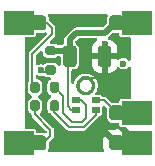
<source format=gtl>
G04 #@! TF.GenerationSoftware,KiCad,Pcbnew,9.0.1+1*
G04 #@! TF.CreationDate,2025-11-12T15:12:16+00:00*
G04 #@! TF.ProjectId,mems-microphone,6d656d73-2d6d-4696-9372-6f70686f6e65,rev?*
G04 #@! TF.SameCoordinates,Original*
G04 #@! TF.FileFunction,Copper,L1,Top*
G04 #@! TF.FilePolarity,Positive*
%FSLAX46Y46*%
G04 Gerber Fmt 4.6, Leading zero omitted, Abs format (unit mm)*
G04 Created by KiCad (PCBNEW 9.0.1+1) date 2025-11-12 15:12:16*
%MOMM*%
%LPD*%
G01*
G04 APERTURE LIST*
G04 #@! TA.AperFunction,SMDPad,CuDef*
%ADD10R,0.725000X0.522000*%
G04 #@! TD*
G04 #@! TA.AperFunction,CastellatedPad*
%ADD11R,2.540000X2.000000*%
G04 #@! TD*
G04 #@! TA.AperFunction,ViaPad*
%ADD12C,0.600000*%
G04 #@! TD*
G04 #@! TA.AperFunction,Conductor*
%ADD13C,0.200000*%
G04 #@! TD*
G04 #@! TA.AperFunction,Conductor*
%ADD14C,0.500000*%
G04 #@! TD*
G04 APERTURE END LIST*
D10*
X63365000Y-49482000D03*
X63365000Y-48660000D03*
G04 #@! TA.AperFunction,SMDPad,CuDef*
G36*
X62291644Y-48185514D02*
G01*
X62144490Y-48124561D01*
X62012055Y-48036071D01*
X61899429Y-47923445D01*
X61810939Y-47791010D01*
X61749986Y-47643856D01*
X61718912Y-47487639D01*
X61718912Y-47328361D01*
X61749986Y-47172144D01*
X61810939Y-47024990D01*
X61899429Y-46892555D01*
X62012055Y-46779929D01*
X62144490Y-46691439D01*
X62291644Y-46630486D01*
X62447861Y-46599412D01*
X62495749Y-46599412D01*
X62498236Y-46598382D01*
X62556764Y-46598382D01*
X62559251Y-46599412D01*
X62607139Y-46599412D01*
X62763356Y-46630486D01*
X62910510Y-46691439D01*
X63042945Y-46779929D01*
X63155571Y-46892555D01*
X63244061Y-47024990D01*
X63305014Y-47172144D01*
X63336088Y-47328361D01*
X63336088Y-47475472D01*
X63040000Y-47475472D01*
X63040000Y-47340528D01*
X63005074Y-47210183D01*
X62937602Y-47093318D01*
X62842182Y-46997898D01*
X62725317Y-46930426D01*
X62594972Y-46895500D01*
X62460028Y-46895500D01*
X62329683Y-46930426D01*
X62212818Y-46997898D01*
X62117398Y-47093318D01*
X62049926Y-47210183D01*
X62015000Y-47340528D01*
X62015000Y-47475472D01*
X62049926Y-47605817D01*
X62117398Y-47722682D01*
X62212818Y-47818102D01*
X62329683Y-47885574D01*
X62460028Y-47920500D01*
X62594972Y-47920500D01*
X62725317Y-47885574D01*
X62842182Y-47818102D01*
X62937602Y-47722682D01*
X63005074Y-47605817D01*
X63040000Y-47475472D01*
X63336088Y-47475472D01*
X63336088Y-47487639D01*
X63305014Y-47643856D01*
X63244061Y-47791010D01*
X63155571Y-47923445D01*
X63042945Y-48036071D01*
X62910510Y-48124561D01*
X62763356Y-48185514D01*
X62607139Y-48216588D01*
X62447861Y-48216588D01*
X62291644Y-48185514D01*
G37*
G04 #@! TD.AperFunction*
X61690000Y-48660000D03*
X61690000Y-49482000D03*
G04 #@! TA.AperFunction,SMDPad,CuDef*
G36*
G01*
X59820000Y-46490500D02*
X59270000Y-46490500D01*
G75*
G02*
X59070000Y-46290500I0J200000D01*
G01*
X59070000Y-45890500D01*
G75*
G02*
X59270000Y-45690500I200000J0D01*
G01*
X59820000Y-45690500D01*
G75*
G02*
X60020000Y-45890500I0J-200000D01*
G01*
X60020000Y-46290500D01*
G75*
G02*
X59820000Y-46490500I-200000J0D01*
G01*
G37*
G04 #@! TD.AperFunction*
G04 #@! TA.AperFunction,SMDPad,CuDef*
G36*
G01*
X59820000Y-44840500D02*
X59270000Y-44840500D01*
G75*
G02*
X59070000Y-44640500I0J200000D01*
G01*
X59070000Y-44240500D01*
G75*
G02*
X59270000Y-44040500I200000J0D01*
G01*
X59820000Y-44040500D01*
G75*
G02*
X60020000Y-44240500I0J-200000D01*
G01*
X60020000Y-44640500D01*
G75*
G02*
X59820000Y-44840500I-200000J0D01*
G01*
G37*
G04 #@! TD.AperFunction*
G04 #@! TA.AperFunction,SMDPad,CuDef*
G36*
G01*
X57820000Y-49380500D02*
X57820000Y-48830500D01*
G75*
G02*
X58020000Y-48630500I200000J0D01*
G01*
X58420000Y-48630500D01*
G75*
G02*
X58620000Y-48830500I0J-200000D01*
G01*
X58620000Y-49380500D01*
G75*
G02*
X58420000Y-49580500I-200000J0D01*
G01*
X58020000Y-49580500D01*
G75*
G02*
X57820000Y-49380500I0J200000D01*
G01*
G37*
G04 #@! TD.AperFunction*
G04 #@! TA.AperFunction,SMDPad,CuDef*
G36*
G01*
X59470000Y-49380500D02*
X59470000Y-48830500D01*
G75*
G02*
X59670000Y-48630500I200000J0D01*
G01*
X60070000Y-48630500D01*
G75*
G02*
X60270000Y-48830500I0J-200000D01*
G01*
X60270000Y-49380500D01*
G75*
G02*
X60070000Y-49580500I-200000J0D01*
G01*
X59670000Y-49580500D01*
G75*
G02*
X59470000Y-49380500I0J200000D01*
G01*
G37*
G04 #@! TD.AperFunction*
G04 #@! TA.AperFunction,SMDPad,CuDef*
G36*
G01*
X60595000Y-45575500D02*
X60595000Y-44275500D01*
G75*
G02*
X60845000Y-44025500I250000J0D01*
G01*
X61495000Y-44025500D01*
G75*
G02*
X61745000Y-44275500I0J-250000D01*
G01*
X61745000Y-45575500D01*
G75*
G02*
X61495000Y-45825500I-250000J0D01*
G01*
X60845000Y-45825500D01*
G75*
G02*
X60595000Y-45575500I0J250000D01*
G01*
G37*
G04 #@! TD.AperFunction*
G04 #@! TA.AperFunction,SMDPad,CuDef*
G36*
G01*
X63545000Y-45575500D02*
X63545000Y-44275500D01*
G75*
G02*
X63795000Y-44025500I250000J0D01*
G01*
X64445000Y-44025500D01*
G75*
G02*
X64695000Y-44275500I0J-250000D01*
G01*
X64695000Y-45575500D01*
G75*
G02*
X64445000Y-45825500I-250000J0D01*
G01*
X63795000Y-45825500D01*
G75*
G02*
X63545000Y-45575500I0J250000D01*
G01*
G37*
G04 #@! TD.AperFunction*
G04 #@! TA.AperFunction,SMDPad,CuDef*
G36*
G01*
X60280000Y-47280500D02*
X60280000Y-47830500D01*
G75*
G02*
X60080000Y-48030500I-200000J0D01*
G01*
X59680000Y-48030500D01*
G75*
G02*
X59480000Y-47830500I0J200000D01*
G01*
X59480000Y-47280500D01*
G75*
G02*
X59680000Y-47080500I200000J0D01*
G01*
X60080000Y-47080500D01*
G75*
G02*
X60280000Y-47280500I0J-200000D01*
G01*
G37*
G04 #@! TD.AperFunction*
G04 #@! TA.AperFunction,SMDPad,CuDef*
G36*
G01*
X58630000Y-47280500D02*
X58630000Y-47830500D01*
G75*
G02*
X58430000Y-48030500I-200000J0D01*
G01*
X58030000Y-48030500D01*
G75*
G02*
X57830000Y-47830500I0J200000D01*
G01*
X57830000Y-47280500D01*
G75*
G02*
X58030000Y-47080500I200000J0D01*
G01*
X58430000Y-47080500D01*
G75*
G02*
X58630000Y-47280500I0J-200000D01*
G01*
G37*
G04 #@! TD.AperFunction*
D11*
X66845000Y-42090500D03*
G04 #@! TA.AperFunction,ComponentPad*
G36*
G01*
X64520000Y-42465500D02*
X64520000Y-41715500D01*
G75*
G02*
X64770000Y-41465500I250000J0D01*
G01*
X65520000Y-41465500D01*
G75*
G02*
X65770000Y-41715500I0J-250000D01*
G01*
X65770000Y-42465500D01*
G75*
G02*
X65520000Y-42715500I-250000J0D01*
G01*
X64770000Y-42715500D01*
G75*
G02*
X64520000Y-42465500I0J250000D01*
G01*
G37*
G04 #@! TD.AperFunction*
X66845000Y-49710500D03*
G04 #@! TA.AperFunction,ComponentPad*
G36*
G01*
X64520000Y-50085500D02*
X64520000Y-49335500D01*
G75*
G02*
X64770000Y-49085500I250000J0D01*
G01*
X65520000Y-49085500D01*
G75*
G02*
X65770000Y-49335500I0J-250000D01*
G01*
X65770000Y-50085500D01*
G75*
G02*
X65520000Y-50335500I-250000J0D01*
G01*
X64770000Y-50335500D01*
G75*
G02*
X64520000Y-50085500I0J250000D01*
G01*
G37*
G04 #@! TD.AperFunction*
X66845000Y-52250500D03*
G04 #@! TA.AperFunction,ComponentPad*
G36*
G01*
X64520000Y-52625500D02*
X64520000Y-51875500D01*
G75*
G02*
X64770000Y-51625500I250000J0D01*
G01*
X65520000Y-51625500D01*
G75*
G02*
X65770000Y-51875500I0J-250000D01*
G01*
X65770000Y-52625500D01*
G75*
G02*
X65520000Y-52875500I-250000J0D01*
G01*
X64770000Y-52875500D01*
G75*
G02*
X64520000Y-52625500I0J250000D01*
G01*
G37*
G04 #@! TD.AperFunction*
G04 #@! TA.AperFunction,ComponentPad*
G36*
G01*
X57920000Y-42465500D02*
X57920000Y-41715500D01*
G75*
G02*
X58170000Y-41465500I250000J0D01*
G01*
X58920000Y-41465500D01*
G75*
G02*
X59170000Y-41715500I0J-250000D01*
G01*
X59170000Y-42465500D01*
G75*
G02*
X58920000Y-42715500I-250000J0D01*
G01*
X58170000Y-42715500D01*
G75*
G02*
X57920000Y-42465500I0J250000D01*
G01*
G37*
G04 #@! TD.AperFunction*
X56845000Y-42090500D03*
G04 #@! TA.AperFunction,ComponentPad*
G36*
G01*
X57920000Y-52625500D02*
X57920000Y-51875500D01*
G75*
G02*
X58170000Y-51625500I250000J0D01*
G01*
X58920000Y-51625500D01*
G75*
G02*
X59170000Y-51875500I0J-250000D01*
G01*
X59170000Y-52625500D01*
G75*
G02*
X58920000Y-52875500I-250000J0D01*
G01*
X58170000Y-52875500D01*
G75*
G02*
X57920000Y-52625500I0J250000D01*
G01*
G37*
G04 #@! TD.AperFunction*
X56845000Y-52250500D03*
D12*
X65715000Y-45535500D03*
X64115000Y-43905500D03*
X58595000Y-45115500D03*
X57775000Y-50645500D03*
X58115000Y-43625500D03*
X65225000Y-43555500D03*
X65135000Y-48175500D03*
X64035000Y-50685500D03*
X60395000Y-42815500D03*
X63755000Y-46745500D03*
X58735000Y-46105500D03*
D13*
X58220000Y-49105500D02*
X58220000Y-49840500D01*
X59525000Y-51635500D02*
X58910000Y-52250500D01*
X58220000Y-49840500D02*
X59525000Y-51145500D01*
X58910000Y-52250500D02*
X58545000Y-52250500D01*
X59525000Y-51145500D02*
X59525000Y-51635500D01*
D14*
X65145000Y-42090500D02*
X64990000Y-42090500D01*
D13*
X60995000Y-49165500D02*
X60995000Y-45100500D01*
D14*
X60685000Y-44440500D02*
X61170000Y-44925500D01*
X61170000Y-43490500D02*
X61170000Y-44925500D01*
D13*
X60995000Y-45100500D02*
X61170000Y-44925500D01*
X61311500Y-49482000D02*
X60995000Y-49165500D01*
D14*
X59545000Y-44440500D02*
X60685000Y-44440500D01*
D13*
X61690000Y-49482000D02*
X61311500Y-49482000D01*
D14*
X64990000Y-42090500D02*
X64145000Y-42935500D01*
X61725000Y-42935500D02*
X61170000Y-43490500D01*
X64145000Y-42935500D02*
X61725000Y-42935500D01*
X64120000Y-44925500D02*
X64120000Y-43910500D01*
X64120000Y-43910500D02*
X64115000Y-43905500D01*
D13*
X62527500Y-46745500D02*
X63755000Y-46745500D01*
X66010000Y-49120500D02*
X66895000Y-50005500D01*
X64094500Y-48660000D02*
X65145000Y-49710500D01*
X58735000Y-46105500D02*
X58855000Y-46225500D01*
X59065000Y-46225500D02*
X59195000Y-46095500D01*
X58855000Y-46225500D02*
X59065000Y-46225500D01*
X63365000Y-48660000D02*
X64094500Y-48660000D01*
X59540000Y-46095500D02*
X59545000Y-46090500D01*
X66895000Y-50005500D02*
X66565000Y-50005500D01*
X59195000Y-46095500D02*
X59540000Y-46095500D01*
X58545000Y-42090500D02*
X59200000Y-42090500D01*
X59655000Y-42545500D02*
X59655000Y-43055500D01*
X57975000Y-47300500D02*
X58230000Y-47555500D01*
X59655000Y-43055500D02*
X57975000Y-44735500D01*
X59200000Y-42090500D02*
X59655000Y-42545500D01*
X57975000Y-44735500D02*
X57975000Y-47300500D01*
X62175000Y-50515500D02*
X61375000Y-50515500D01*
X62099500Y-48660000D02*
X62525000Y-49085500D01*
X61690000Y-48660000D02*
X62099500Y-48660000D01*
X62525000Y-50165500D02*
X62175000Y-50515500D01*
X60570000Y-48245500D02*
X59880000Y-47555500D01*
X61375000Y-50515500D02*
X60570000Y-49710500D01*
X60570000Y-49710500D02*
X60570000Y-48245500D01*
X62525000Y-49085500D02*
X62525000Y-50165500D01*
X62340685Y-50915500D02*
X63365000Y-49891185D01*
X59870000Y-49105500D02*
X59870000Y-49670500D01*
X61115000Y-50915500D02*
X62340685Y-50915500D01*
X63365000Y-49891185D02*
X63365000Y-49482000D01*
X59870000Y-49670500D02*
X61115000Y-50915500D01*
G04 #@! TA.AperFunction,Conductor*
G36*
X58461500Y-46525522D02*
G01*
X58467258Y-46528847D01*
X58541808Y-46571889D01*
X58541809Y-46571889D01*
X58541814Y-46571892D01*
X58669108Y-46606000D01*
X58669110Y-46606000D01*
X58800889Y-46606000D01*
X58800892Y-46606000D01*
X58903844Y-46578414D01*
X58973690Y-46580077D01*
X59023615Y-46610508D01*
X59031652Y-46618545D01*
X59031654Y-46618546D01*
X59031658Y-46618550D01*
X59144696Y-46676146D01*
X59144698Y-46676147D01*
X59238475Y-46690999D01*
X59238481Y-46691000D01*
X59438287Y-46690999D01*
X59505325Y-46710683D01*
X59551080Y-46763487D01*
X59561024Y-46832645D01*
X59531999Y-46896201D01*
X59494582Y-46925483D01*
X59441659Y-46952449D01*
X59441652Y-46952454D01*
X59351954Y-47042152D01*
X59351951Y-47042157D01*
X59294352Y-47155198D01*
X59279500Y-47248975D01*
X59279500Y-47862017D01*
X59286585Y-47906750D01*
X59294354Y-47955804D01*
X59351950Y-48068842D01*
X59351952Y-48068844D01*
X59351954Y-48068847D01*
X59441652Y-48158545D01*
X59441656Y-48158548D01*
X59441658Y-48158550D01*
X59554696Y-48216146D01*
X59554698Y-48216146D01*
X59558152Y-48217906D01*
X59608948Y-48265881D01*
X59625743Y-48333702D01*
X59603206Y-48399836D01*
X59553019Y-48439692D01*
X59553392Y-48440424D01*
X59549779Y-48442264D01*
X59548491Y-48443288D01*
X59545953Y-48444214D01*
X59544697Y-48444853D01*
X59544696Y-48444854D01*
X59431658Y-48502450D01*
X59431657Y-48502451D01*
X59431652Y-48502454D01*
X59341954Y-48592152D01*
X59341951Y-48592157D01*
X59284352Y-48705198D01*
X59269500Y-48798975D01*
X59269500Y-49412017D01*
X59280292Y-49480157D01*
X59284354Y-49505804D01*
X59341950Y-49618842D01*
X59341952Y-49618844D01*
X59341954Y-49618847D01*
X59431652Y-49708545D01*
X59431654Y-49708546D01*
X59431658Y-49708550D01*
X59544696Y-49766146D01*
X59544698Y-49766146D01*
X59553392Y-49770576D01*
X59552278Y-49772760D01*
X59563456Y-49780404D01*
X59587947Y-49793026D01*
X59594970Y-49801955D01*
X59598386Y-49804291D01*
X59609768Y-49820766D01*
X59609771Y-49820772D01*
X59609773Y-49820774D01*
X59613069Y-49826482D01*
X59613068Y-49826482D01*
X59613071Y-49826486D01*
X59613073Y-49826489D01*
X59629540Y-49855011D01*
X60874540Y-51100011D01*
X60930489Y-51155960D01*
X60930491Y-51155961D01*
X60930495Y-51155964D01*
X60991426Y-51191142D01*
X60999011Y-51195521D01*
X61075438Y-51216000D01*
X61075440Y-51216000D01*
X62380245Y-51216000D01*
X62380247Y-51216000D01*
X62456674Y-51195521D01*
X62525196Y-51155960D01*
X62581145Y-51100011D01*
X63605460Y-50075696D01*
X63623146Y-50045062D01*
X63625475Y-50041029D01*
X63634721Y-50025013D01*
X63645021Y-50007174D01*
X63645021Y-50007171D01*
X63645988Y-50005498D01*
X63696554Y-49957282D01*
X63741229Y-49944092D01*
X63747239Y-49943500D01*
X63747248Y-49943500D01*
X63747257Y-49943498D01*
X63747259Y-49943498D01*
X63805729Y-49931868D01*
X63805729Y-49931867D01*
X63805731Y-49931867D01*
X63872052Y-49887552D01*
X63916367Y-49821231D01*
X63916367Y-49821229D01*
X63916368Y-49821229D01*
X63927999Y-49762752D01*
X63928000Y-49762750D01*
X63928000Y-49217833D01*
X63934238Y-49196587D01*
X63935818Y-49174499D01*
X63943890Y-49163715D01*
X63947685Y-49150794D01*
X63964418Y-49136294D01*
X63977690Y-49118566D01*
X63990310Y-49113858D01*
X64000489Y-49105039D01*
X64022406Y-49101887D01*
X64043154Y-49094149D01*
X64056314Y-49097011D01*
X64069647Y-49095095D01*
X64089790Y-49104294D01*
X64111427Y-49109001D01*
X64129152Y-49122269D01*
X64133203Y-49124120D01*
X64139681Y-49130152D01*
X64283181Y-49273652D01*
X64316666Y-49334975D01*
X64319500Y-49361333D01*
X64319500Y-50139769D01*
X64322353Y-50170199D01*
X64322353Y-50170201D01*
X64367206Y-50298380D01*
X64367207Y-50298382D01*
X64447850Y-50407650D01*
X64557118Y-50488293D01*
X64599845Y-50503244D01*
X64685299Y-50533146D01*
X64715730Y-50536000D01*
X64715734Y-50536000D01*
X65250500Y-50536000D01*
X65317539Y-50555685D01*
X65363294Y-50608489D01*
X65371451Y-50632669D01*
X65374500Y-50646162D01*
X65374500Y-50730248D01*
X65386133Y-50788731D01*
X65417232Y-50835273D01*
X65422302Y-50857709D01*
X65421711Y-50867011D01*
X65459886Y-50875316D01*
X65469341Y-50881040D01*
X65496769Y-50899367D01*
X65496771Y-50899367D01*
X65496772Y-50899368D01*
X65496770Y-50899368D01*
X65555247Y-50910999D01*
X65555250Y-50911000D01*
X65555252Y-50911000D01*
X65807690Y-50911000D01*
X65874729Y-50930685D01*
X65895371Y-50947319D01*
X66308181Y-51360129D01*
X66341666Y-51421452D01*
X66344500Y-51447810D01*
X66344500Y-51542466D01*
X66239742Y-51585859D01*
X66116903Y-51667937D01*
X66012894Y-51771945D01*
X65312778Y-51071829D01*
X65279293Y-51010506D01*
X65279661Y-51005358D01*
X65265053Y-50999000D01*
X65242800Y-50994346D01*
X65233630Y-50985322D01*
X65221834Y-50980188D01*
X65213670Y-50972721D01*
X65182041Y-50941092D01*
X65131647Y-51008410D01*
X65118061Y-51044835D01*
X65076189Y-51100768D01*
X65010724Y-51125184D01*
X65001880Y-51125500D01*
X64720029Y-51125500D01*
X64720012Y-51125501D01*
X64617302Y-51135994D01*
X64450878Y-51191142D01*
X64450873Y-51191144D01*
X64443651Y-51195598D01*
X64443650Y-51195599D01*
X65123551Y-51875500D01*
X65095630Y-51875500D01*
X65000255Y-51901056D01*
X64914745Y-51950425D01*
X64844925Y-52020245D01*
X64795556Y-52105755D01*
X64770000Y-52201130D01*
X64770000Y-52229051D01*
X64090099Y-51549150D01*
X64090098Y-51549151D01*
X64085644Y-51556373D01*
X64085642Y-51556377D01*
X64030494Y-51722802D01*
X64030493Y-51722809D01*
X64020000Y-51825513D01*
X64020000Y-52675471D01*
X64020001Y-52675487D01*
X64030493Y-52778195D01*
X64056606Y-52856995D01*
X64059008Y-52926824D01*
X64023277Y-52986866D01*
X63960756Y-53018059D01*
X63938900Y-53020000D01*
X59432594Y-53020000D01*
X59365555Y-53000315D01*
X59319800Y-52947511D01*
X59309856Y-52878353D01*
X59319975Y-52847240D01*
X59319724Y-52847152D01*
X59367646Y-52710201D01*
X59367646Y-52710199D01*
X59370500Y-52679769D01*
X59370500Y-52266333D01*
X59390185Y-52199294D01*
X59406819Y-52178652D01*
X59565226Y-52020245D01*
X59765460Y-51820011D01*
X59797427Y-51764642D01*
X59805021Y-51751489D01*
X59825500Y-51675062D01*
X59825500Y-51105938D01*
X59823912Y-51100011D01*
X59805022Y-51029512D01*
X59765460Y-50960989D01*
X58673362Y-49868891D01*
X58639877Y-49807568D01*
X58644861Y-49737876D01*
X58673361Y-49693530D01*
X58748050Y-49618842D01*
X58805646Y-49505804D01*
X58805646Y-49505802D01*
X58805647Y-49505801D01*
X58820499Y-49412024D01*
X58820500Y-49412019D01*
X58820499Y-48798982D01*
X58805646Y-48705196D01*
X58748050Y-48592158D01*
X58748046Y-48592154D01*
X58748045Y-48592152D01*
X58658347Y-48502454D01*
X58658344Y-48502452D01*
X58658342Y-48502450D01*
X58545304Y-48444854D01*
X58545302Y-48444853D01*
X58541847Y-48443093D01*
X58491051Y-48395118D01*
X58474256Y-48327297D01*
X58496794Y-48261162D01*
X58546980Y-48221307D01*
X58546608Y-48220576D01*
X58550216Y-48218737D01*
X58551509Y-48217711D01*
X58554052Y-48216782D01*
X58555298Y-48216146D01*
X58555304Y-48216146D01*
X58668342Y-48158550D01*
X58758050Y-48068842D01*
X58815646Y-47955804D01*
X58815646Y-47955802D01*
X58815647Y-47955801D01*
X58830499Y-47862024D01*
X58830500Y-47862019D01*
X58830499Y-47248982D01*
X58815646Y-47155196D01*
X58758050Y-47042158D01*
X58758046Y-47042154D01*
X58758045Y-47042152D01*
X58668347Y-46952454D01*
X58668344Y-46952452D01*
X58668342Y-46952450D01*
X58557948Y-46896201D01*
X58555301Y-46894852D01*
X58461524Y-46880000D01*
X58461519Y-46880000D01*
X58399500Y-46880000D01*
X58390814Y-46877449D01*
X58381853Y-46878738D01*
X58357812Y-46867759D01*
X58332461Y-46860315D01*
X58326533Y-46853474D01*
X58318297Y-46849713D01*
X58304007Y-46827478D01*
X58286706Y-46807511D01*
X58284418Y-46796996D01*
X58280523Y-46790935D01*
X58275500Y-46756000D01*
X58275500Y-46632909D01*
X58295185Y-46565870D01*
X58347989Y-46520115D01*
X58417147Y-46510171D01*
X58461500Y-46525522D01*
G37*
G04 #@! TD.AperFunction*
G04 #@! TA.AperFunction,Conductor*
G36*
X59187905Y-42925835D02*
G01*
X59220133Y-42987828D01*
X59213729Y-43057404D01*
X59186136Y-43099392D01*
X57790489Y-44495040D01*
X57734541Y-44550987D01*
X57734535Y-44550995D01*
X57694982Y-44619504D01*
X57694979Y-44619509D01*
X57681326Y-44670462D01*
X57679977Y-44675500D01*
X57674500Y-44695939D01*
X57674500Y-47066261D01*
X57660986Y-47122554D01*
X57644352Y-47155199D01*
X57629500Y-47248975D01*
X57629500Y-47862017D01*
X57636585Y-47906750D01*
X57644354Y-47955804D01*
X57701950Y-48068842D01*
X57701952Y-48068844D01*
X57701954Y-48068847D01*
X57791652Y-48158545D01*
X57791656Y-48158548D01*
X57791658Y-48158550D01*
X57904696Y-48216146D01*
X57904698Y-48216146D01*
X57908152Y-48217906D01*
X57958948Y-48265881D01*
X57975743Y-48333702D01*
X57953206Y-48399836D01*
X57903019Y-48439692D01*
X57903392Y-48440424D01*
X57899779Y-48442264D01*
X57898491Y-48443288D01*
X57895953Y-48444214D01*
X57894697Y-48444853D01*
X57894696Y-48444854D01*
X57781658Y-48502450D01*
X57781657Y-48502451D01*
X57781652Y-48502454D01*
X57691954Y-48592152D01*
X57691951Y-48592157D01*
X57634352Y-48705198D01*
X57619500Y-48798975D01*
X57619500Y-49412017D01*
X57630292Y-49480157D01*
X57634354Y-49505804D01*
X57691950Y-49618842D01*
X57691952Y-49618844D01*
X57691954Y-49618847D01*
X57781652Y-49708545D01*
X57781654Y-49708546D01*
X57781658Y-49708550D01*
X57851796Y-49744287D01*
X57902591Y-49792261D01*
X57919500Y-49854771D01*
X57919500Y-49880062D01*
X57933152Y-49931013D01*
X57939979Y-49956490D01*
X57939980Y-49956491D01*
X57966448Y-50002335D01*
X57979540Y-50025011D01*
X57979542Y-50025013D01*
X59188181Y-51233652D01*
X59202884Y-51260579D01*
X59219477Y-51286398D01*
X59220368Y-51292598D01*
X59221666Y-51294975D01*
X59224500Y-51321333D01*
X59224500Y-51330003D01*
X59204815Y-51397042D01*
X59152011Y-51442797D01*
X59082853Y-51452741D01*
X59059546Y-51447045D01*
X59004697Y-51427853D01*
X59004699Y-51427853D01*
X58974270Y-51425000D01*
X58974266Y-51425000D01*
X58439500Y-51425000D01*
X58372461Y-51405315D01*
X58326706Y-51352511D01*
X58315500Y-51301000D01*
X58315500Y-51230749D01*
X58315499Y-51230747D01*
X58303868Y-51172270D01*
X58303867Y-51172269D01*
X58259552Y-51105947D01*
X58193230Y-51061632D01*
X58193229Y-51061631D01*
X58134752Y-51050000D01*
X58134748Y-51050000D01*
X57469500Y-51050000D01*
X57402461Y-51030315D01*
X57356706Y-50977511D01*
X57345500Y-50926000D01*
X57345500Y-43415000D01*
X57365185Y-43347961D01*
X57417989Y-43302206D01*
X57469500Y-43291000D01*
X58134750Y-43291000D01*
X58134751Y-43290999D01*
X58149568Y-43288052D01*
X58193229Y-43279368D01*
X58193229Y-43279367D01*
X58193231Y-43279367D01*
X58259552Y-43235052D01*
X58303867Y-43168731D01*
X58303867Y-43168729D01*
X58303868Y-43168729D01*
X58315499Y-43110252D01*
X58315500Y-43110250D01*
X58315500Y-43040000D01*
X58335185Y-42972961D01*
X58387989Y-42927206D01*
X58439500Y-42916000D01*
X58974270Y-42916000D01*
X58998612Y-42913716D01*
X59004699Y-42913146D01*
X59057500Y-42894669D01*
X59127277Y-42891107D01*
X59187905Y-42925835D01*
G37*
G04 #@! TD.AperFunction*
G04 #@! TA.AperFunction,Conductor*
G36*
X65317539Y-42935685D02*
G01*
X65363294Y-42988489D01*
X65374500Y-43040000D01*
X65374500Y-43110252D01*
X65386131Y-43168729D01*
X65386132Y-43168730D01*
X65430447Y-43235052D01*
X65496769Y-43279367D01*
X65496770Y-43279368D01*
X65555247Y-43290999D01*
X65555250Y-43291000D01*
X65555252Y-43291000D01*
X66220500Y-43291000D01*
X66287539Y-43310685D01*
X66333294Y-43363489D01*
X66344500Y-43415000D01*
X66344500Y-45162051D01*
X66324815Y-45229090D01*
X66272011Y-45274845D01*
X66202853Y-45284789D01*
X66139297Y-45255764D01*
X66121306Y-45233976D01*
X66120448Y-45234635D01*
X66115502Y-45228189D01*
X66115500Y-45228186D01*
X66022314Y-45135000D01*
X65965250Y-45102054D01*
X65908187Y-45069108D01*
X65844539Y-45052054D01*
X65780892Y-45035000D01*
X65649108Y-45035000D01*
X65521812Y-45069108D01*
X65407686Y-45135000D01*
X65407683Y-45135002D01*
X65368774Y-45173912D01*
X65307451Y-45207397D01*
X65237759Y-45202413D01*
X65195883Y-45175500D01*
X64370000Y-45175500D01*
X64370000Y-46325499D01*
X64494972Y-46325499D01*
X64494986Y-46325498D01*
X64597697Y-46315005D01*
X64764119Y-46259858D01*
X64764124Y-46259856D01*
X64913345Y-46167815D01*
X65037315Y-46043845D01*
X65129357Y-45894622D01*
X65129867Y-45893529D01*
X65130416Y-45892904D01*
X65133149Y-45888475D01*
X65133905Y-45888941D01*
X65176037Y-45841087D01*
X65243230Y-45821932D01*
X65310112Y-45842144D01*
X65329933Y-45858247D01*
X65407686Y-45936000D01*
X65490497Y-45983811D01*
X65518746Y-46000121D01*
X65521814Y-46001892D01*
X65649108Y-46036000D01*
X65649110Y-46036000D01*
X65780890Y-46036000D01*
X65780892Y-46036000D01*
X65908186Y-46001892D01*
X66022314Y-45936000D01*
X66115500Y-45842814D01*
X66115504Y-45842806D01*
X66120448Y-45836365D01*
X66122534Y-45837966D01*
X66163674Y-45798735D01*
X66232280Y-45785509D01*
X66297147Y-45811473D01*
X66337678Y-45868385D01*
X66344500Y-45908948D01*
X66344500Y-48386000D01*
X66324815Y-48453039D01*
X66272011Y-48498794D01*
X66220500Y-48510000D01*
X65555247Y-48510000D01*
X65496770Y-48521631D01*
X65496769Y-48521632D01*
X65430447Y-48565947D01*
X65386132Y-48632269D01*
X65386131Y-48632270D01*
X65374500Y-48690747D01*
X65374500Y-48761000D01*
X65354815Y-48828039D01*
X65302011Y-48873794D01*
X65250500Y-48885000D01*
X64795833Y-48885000D01*
X64728794Y-48865315D01*
X64708152Y-48848681D01*
X64279012Y-48419541D01*
X64279004Y-48419535D01*
X64210495Y-48379982D01*
X64210490Y-48379979D01*
X64173139Y-48369971D01*
X64134062Y-48359500D01*
X64134060Y-48359500D01*
X64008526Y-48359500D01*
X63941487Y-48339815D01*
X63905424Y-48304392D01*
X63872051Y-48254446D01*
X63805730Y-48210132D01*
X63805729Y-48210131D01*
X63747252Y-48198500D01*
X63747248Y-48198500D01*
X63455029Y-48198500D01*
X63387990Y-48178815D01*
X63342235Y-48126011D01*
X63332291Y-48056853D01*
X63351927Y-48005609D01*
X63417974Y-47906761D01*
X63417980Y-47906750D01*
X63436922Y-47871313D01*
X63436925Y-47871306D01*
X63498172Y-47723443D01*
X63509832Y-47685006D01*
X63509837Y-47684985D01*
X63541061Y-47528013D01*
X63545000Y-47488023D01*
X63545000Y-47327976D01*
X63541061Y-47287986D01*
X63509837Y-47131014D01*
X63509832Y-47130993D01*
X63498172Y-47092556D01*
X63436925Y-46944693D01*
X63436922Y-46944686D01*
X63417980Y-46909249D01*
X63417974Y-46909238D01*
X63329063Y-46776173D01*
X63329060Y-46776168D01*
X63303562Y-46745099D01*
X63190400Y-46631937D01*
X63159331Y-46606439D01*
X63159326Y-46606436D01*
X63026261Y-46517525D01*
X63026250Y-46517519D01*
X62990813Y-46498577D01*
X62990806Y-46498574D01*
X62842943Y-46437327D01*
X62804506Y-46425667D01*
X62804485Y-46425662D01*
X62647513Y-46394438D01*
X62607523Y-46390500D01*
X62447477Y-46390500D01*
X62407486Y-46394438D01*
X62250514Y-46425662D01*
X62250493Y-46425667D01*
X62212056Y-46437327D01*
X62064193Y-46498574D01*
X62064186Y-46498577D01*
X62028749Y-46517519D01*
X62028738Y-46517525D01*
X61895673Y-46606436D01*
X61895668Y-46606439D01*
X61864599Y-46631937D01*
X61751437Y-46745099D01*
X61725939Y-46776168D01*
X61725936Y-46776173D01*
X61637025Y-46909238D01*
X61637019Y-46909249D01*
X61618077Y-46944686D01*
X61618074Y-46944693D01*
X61556827Y-47092556D01*
X61545167Y-47130993D01*
X61545162Y-47131014D01*
X61541117Y-47151350D01*
X61508732Y-47213261D01*
X61448016Y-47247835D01*
X61378246Y-47244094D01*
X61321575Y-47203228D01*
X61295993Y-47138209D01*
X61295500Y-47127158D01*
X61295500Y-46150000D01*
X61315185Y-46082961D01*
X61367989Y-46037206D01*
X61419500Y-46026000D01*
X61549270Y-46026000D01*
X61579699Y-46023146D01*
X61579701Y-46023146D01*
X61645501Y-46000121D01*
X61707882Y-45978293D01*
X61817150Y-45897650D01*
X61897793Y-45788382D01*
X61928037Y-45701950D01*
X61942646Y-45660201D01*
X61942646Y-45660199D01*
X61945500Y-45629769D01*
X61945500Y-45625486D01*
X63045001Y-45625486D01*
X63055494Y-45728197D01*
X63110641Y-45894619D01*
X63110643Y-45894624D01*
X63202684Y-46043845D01*
X63326654Y-46167815D01*
X63475875Y-46259856D01*
X63475880Y-46259858D01*
X63642302Y-46315005D01*
X63642309Y-46315006D01*
X63745019Y-46325499D01*
X63869999Y-46325499D01*
X63870000Y-46325498D01*
X63870000Y-45175500D01*
X63045001Y-45175500D01*
X63045001Y-45625486D01*
X61945500Y-45625486D01*
X61945500Y-44221230D01*
X61942646Y-44190800D01*
X61942646Y-44190798D01*
X61897793Y-44062619D01*
X61897792Y-44062617D01*
X61817150Y-43953350D01*
X61707882Y-43872707D01*
X61703542Y-43871188D01*
X61684553Y-43857568D01*
X61663297Y-43847861D01*
X61656693Y-43837584D01*
X61646768Y-43830466D01*
X61638157Y-43808742D01*
X61625523Y-43789083D01*
X61622767Y-43769915D01*
X61621022Y-43765513D01*
X61620500Y-43754148D01*
X61620500Y-43728465D01*
X61640185Y-43661426D01*
X61656819Y-43640784D01*
X61875284Y-43422319D01*
X61936607Y-43388834D01*
X61962965Y-43386000D01*
X63371228Y-43386000D01*
X63438267Y-43405685D01*
X63484022Y-43458489D01*
X63493966Y-43527647D01*
X63464941Y-43591203D01*
X63436325Y-43615539D01*
X63326654Y-43683184D01*
X63202684Y-43807154D01*
X63110643Y-43956375D01*
X63110641Y-43956380D01*
X63055494Y-44122802D01*
X63055493Y-44122809D01*
X63045000Y-44225513D01*
X63045000Y-44675500D01*
X65194999Y-44675500D01*
X65194999Y-44225528D01*
X65194998Y-44225513D01*
X65184505Y-44122802D01*
X65129358Y-43956380D01*
X65129356Y-43956375D01*
X65037315Y-43807154D01*
X64913345Y-43683184D01*
X64764124Y-43591143D01*
X64764119Y-43591141D01*
X64597697Y-43535994D01*
X64597690Y-43535993D01*
X64494986Y-43525500D01*
X64486863Y-43525500D01*
X64419824Y-43505815D01*
X64374069Y-43453011D01*
X64364125Y-43383853D01*
X64393150Y-43320297D01*
X64415720Y-43301661D01*
X64415165Y-43300937D01*
X64421606Y-43295993D01*
X64421614Y-43295989D01*
X64765284Y-42952319D01*
X64826607Y-42918834D01*
X64852965Y-42916000D01*
X65250500Y-42916000D01*
X65317539Y-42935685D01*
G37*
G04 #@! TD.AperFunction*
G04 #@! TA.AperFunction,Conductor*
G36*
X58788833Y-44449149D02*
G01*
X58844767Y-44491020D01*
X58869184Y-44556485D01*
X58869500Y-44565330D01*
X58869500Y-44672017D01*
X58870052Y-44675500D01*
X58884354Y-44765804D01*
X58941950Y-44878842D01*
X58941952Y-44878844D01*
X58941954Y-44878847D01*
X59031652Y-44968545D01*
X59031654Y-44968546D01*
X59031658Y-44968550D01*
X59122821Y-45015000D01*
X59144698Y-45026147D01*
X59238475Y-45040999D01*
X59238481Y-45041000D01*
X59851518Y-45040999D01*
X59945304Y-45026146D01*
X60058342Y-44968550D01*
X60099572Y-44927320D01*
X60126500Y-44912615D01*
X60152319Y-44896023D01*
X60158518Y-44895131D01*
X60160895Y-44893834D01*
X60187254Y-44891000D01*
X60270500Y-44891000D01*
X60337539Y-44910685D01*
X60383294Y-44963489D01*
X60394500Y-45015000D01*
X60394500Y-45619346D01*
X60374815Y-45686385D01*
X60322011Y-45732140D01*
X60252853Y-45742084D01*
X60189297Y-45713059D01*
X60160016Y-45675642D01*
X60152147Y-45660199D01*
X60148050Y-45652158D01*
X60148047Y-45652155D01*
X60148045Y-45652152D01*
X60058347Y-45562454D01*
X60058344Y-45562452D01*
X60058342Y-45562450D01*
X59981517Y-45523305D01*
X59945301Y-45504852D01*
X59851524Y-45490000D01*
X59238482Y-45490000D01*
X59157519Y-45502823D01*
X59144696Y-45504854D01*
X59088177Y-45533652D01*
X59031657Y-45562450D01*
X58999953Y-45594154D01*
X58938629Y-45627637D01*
X58880181Y-45626245D01*
X58844307Y-45616633D01*
X58800892Y-45605000D01*
X58669108Y-45605000D01*
X58541814Y-45639108D01*
X58541813Y-45639108D01*
X58541811Y-45639109D01*
X58541810Y-45639109D01*
X58461500Y-45685477D01*
X58393600Y-45701950D01*
X58327573Y-45679098D01*
X58284382Y-45624176D01*
X58275500Y-45578090D01*
X58275500Y-44911332D01*
X58295185Y-44844293D01*
X58311815Y-44823655D01*
X58657821Y-44477648D01*
X58719142Y-44444165D01*
X58788833Y-44449149D01*
G37*
G04 #@! TD.AperFunction*
G04 #@! TA.AperFunction,Conductor*
G36*
X64324445Y-41340685D02*
G01*
X64370200Y-41393489D01*
X64380144Y-41462647D01*
X64370024Y-41493759D01*
X64370276Y-41493848D01*
X64322353Y-41630798D01*
X64322353Y-41630800D01*
X64319500Y-41661230D01*
X64319500Y-42072535D01*
X64299815Y-42139574D01*
X64283181Y-42160216D01*
X63994716Y-42448681D01*
X63933393Y-42482166D01*
X63907035Y-42485000D01*
X61665691Y-42485000D01*
X61596944Y-42503420D01*
X61551112Y-42515701D01*
X61551107Y-42515704D01*
X61448393Y-42575005D01*
X61448385Y-42575011D01*
X60809513Y-43213883D01*
X60809509Y-43213889D01*
X60750201Y-43316612D01*
X60750200Y-43316617D01*
X60719500Y-43431191D01*
X60719500Y-43754148D01*
X60699815Y-43821187D01*
X60666349Y-43855915D01*
X60652447Y-43865593D01*
X60632118Y-43872707D01*
X60522850Y-43953350D01*
X60519104Y-43958425D01*
X60505686Y-43967767D01*
X60482573Y-43975491D01*
X60461186Y-43987168D01*
X60441217Y-43989314D01*
X60439420Y-43989915D01*
X60438292Y-43989628D01*
X60434837Y-43990000D01*
X60187254Y-43990000D01*
X60120215Y-43970315D01*
X60099572Y-43953680D01*
X60058346Y-43912453D01*
X60058344Y-43912452D01*
X60058342Y-43912450D01*
X59950631Y-43857568D01*
X59945301Y-43854852D01*
X59851524Y-43840000D01*
X59851519Y-43840000D01*
X59594832Y-43840000D01*
X59527793Y-43820315D01*
X59482038Y-43767511D01*
X59472094Y-43698353D01*
X59501119Y-43634797D01*
X59507151Y-43628319D01*
X59544329Y-43591141D01*
X59895460Y-43240011D01*
X59935022Y-43171488D01*
X59955500Y-43095062D01*
X59955500Y-43015938D01*
X59955500Y-42505938D01*
X59935021Y-42429511D01*
X59935017Y-42429504D01*
X59895464Y-42360995D01*
X59895458Y-42360987D01*
X59406819Y-41872348D01*
X59373334Y-41811025D01*
X59370500Y-41784667D01*
X59370500Y-41661230D01*
X59367646Y-41630800D01*
X59367646Y-41630798D01*
X59319724Y-41493848D01*
X59321020Y-41493394D01*
X59309042Y-41434466D01*
X59334351Y-41369341D01*
X59390851Y-41328237D01*
X59432594Y-41321000D01*
X64257406Y-41321000D01*
X64324445Y-41340685D01*
G37*
G04 #@! TD.AperFunction*
M02*

</source>
